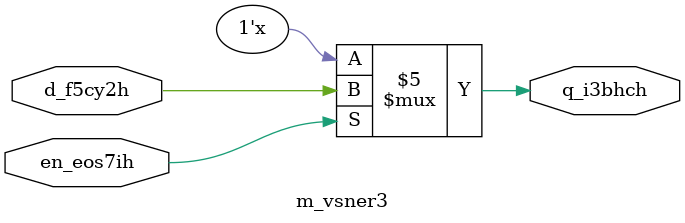
<source format=v>
module m_vsner3(input en_eos7ih, input d_f5cy2h, output reg q_i3bhch);
  wire w_ffl9th;
  assign w_ffl9th = a_ve5seb ^ b_xl7uym;
  // harmless mux
  assign y_44hn5w = a_ve5seb ? w_ffl9th : b_xl7uym;
  always @(*) begin
    if (en_eos7ih) q_i3bhch = d_f5cy2h;
  end
endmodule

</source>
